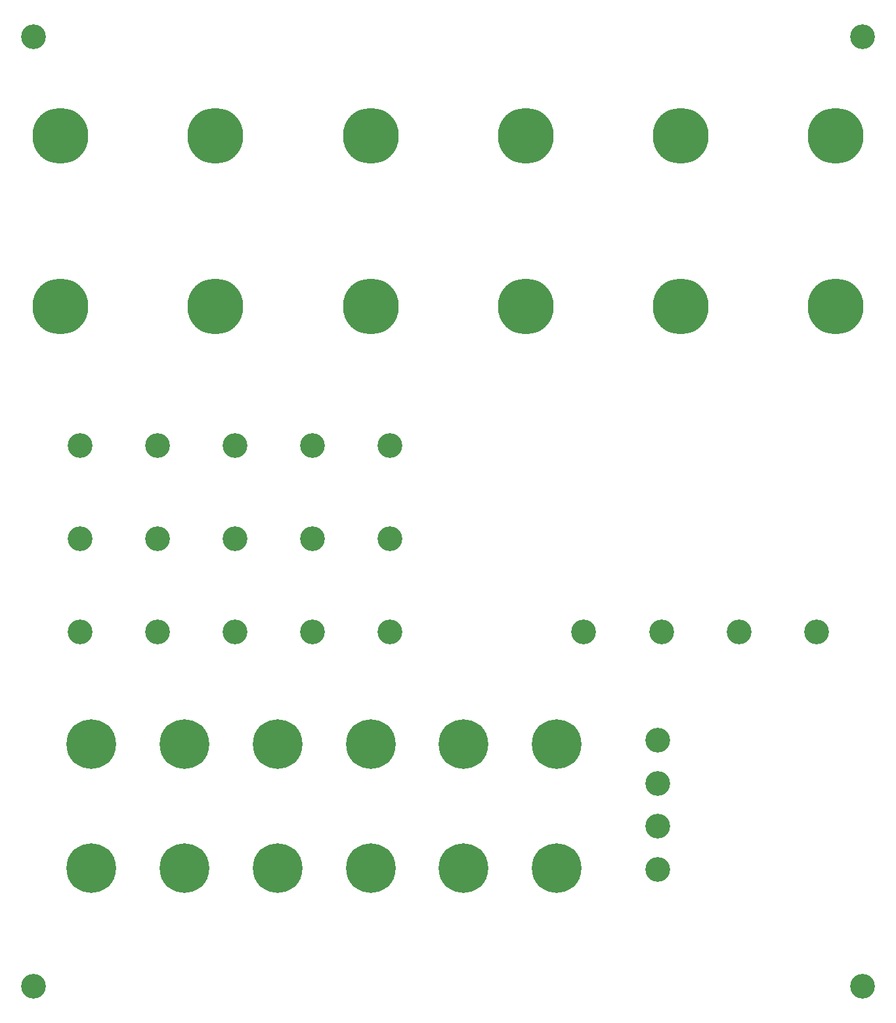
<source format=gbr>
%TF.GenerationSoftware,KiCad,Pcbnew,9.0.1*%
%TF.CreationDate,2025-08-04T14:02:27+01:00*%
%TF.ProjectId,dk2_06_panel,646b325f-3036-45f7-9061-6e656c2e6b69,rev?*%
%TF.SameCoordinates,Original*%
%TF.FileFunction,Soldermask,Bot*%
%TF.FilePolarity,Negative*%
%FSLAX46Y46*%
G04 Gerber Fmt 4.6, Leading zero omitted, Abs format (unit mm)*
G04 Created by KiCad (PCBNEW 9.0.1) date 2025-08-04 14:02:27*
%MOMM*%
%LPD*%
G01*
G04 APERTURE LIST*
%ADD10C,3.200000*%
%ADD11C,6.400000*%
%ADD12C,7.200000*%
G04 APERTURE END LIST*
D10*
%TO.C,H37*%
X157500000Y-109500000D03*
%TD*%
%TO.C,H35*%
X122500000Y-109500000D03*
%TD*%
%TO.C,H23*%
X102500000Y-85500000D03*
%TD*%
%TO.C,H39*%
X177500000Y-109500000D03*
%TD*%
%TO.C,H38*%
X167500000Y-109500000D03*
%TD*%
%TO.C,H33*%
X102500000Y-109500000D03*
%TD*%
%TO.C,H31*%
X82500000Y-109500000D03*
%TD*%
%TO.C,H24*%
X112500000Y-85500000D03*
%TD*%
%TO.C,H34*%
X112500000Y-109500000D03*
%TD*%
%TO.C,H28*%
X102500000Y-97500000D03*
%TD*%
%TO.C,H27*%
X92500000Y-97500000D03*
%TD*%
%TO.C,H25*%
X122500000Y-85500000D03*
%TD*%
%TO.C,H32*%
X92500000Y-109500000D03*
%TD*%
%TO.C,H26*%
X82500000Y-97500000D03*
%TD*%
%TO.C,H21*%
X82500000Y-85500000D03*
%TD*%
%TO.C,H30*%
X122500000Y-97500000D03*
%TD*%
%TO.C,H22*%
X92500000Y-85500000D03*
%TD*%
%TO.C,H36*%
X147500000Y-109500000D03*
%TD*%
%TO.C,H29*%
X112500000Y-97500000D03*
%TD*%
%TO.C,H4*%
X183450000Y-155250000D03*
%TD*%
D11*
%TO.C,H14*%
X144000000Y-124000000D03*
%TD*%
D12*
%TO.C,H45*%
X180000000Y-45500000D03*
%TD*%
%TO.C,H41*%
X100000000Y-45500000D03*
%TD*%
D11*
%TO.C,H12*%
X120000000Y-124000000D03*
%TD*%
%TO.C,H20*%
X144000000Y-140000000D03*
%TD*%
%TO.C,H16*%
X96000000Y-140000000D03*
%TD*%
%TO.C,H18*%
X120000000Y-140000000D03*
%TD*%
D12*
%TO.C,H42*%
X120000000Y-45500000D03*
%TD*%
D10*
%TO.C,H54*%
X157000000Y-134600000D03*
%TD*%
%TO.C,H52*%
X157000000Y-123500000D03*
%TD*%
D11*
%TO.C,H9*%
X84000000Y-124000000D03*
%TD*%
%TO.C,H17*%
X108000000Y-140000000D03*
%TD*%
D12*
%TO.C,H46*%
X80000000Y-67500000D03*
%TD*%
%TO.C,H47*%
X100000000Y-67500000D03*
%TD*%
D10*
%TO.C,H3*%
X76550000Y-155250000D03*
%TD*%
D11*
%TO.C,H11*%
X108000000Y-124000000D03*
%TD*%
%TO.C,H19*%
X132000000Y-140000000D03*
%TD*%
%TO.C,H15*%
X84000000Y-140000000D03*
%TD*%
D12*
%TO.C,H48*%
X120000000Y-67500000D03*
%TD*%
%TO.C,H40*%
X80000000Y-45500000D03*
%TD*%
D10*
%TO.C,H2*%
X183450000Y-32750000D03*
%TD*%
D12*
%TO.C,H51*%
X180000000Y-67500000D03*
%TD*%
%TO.C,H43*%
X140000000Y-45500000D03*
%TD*%
%TO.C,H50*%
X160000000Y-67500000D03*
%TD*%
D10*
%TO.C,H53*%
X157000000Y-129050000D03*
%TD*%
D11*
%TO.C,H10*%
X96000000Y-124000000D03*
%TD*%
%TO.C,H13*%
X132000000Y-124000000D03*
%TD*%
D10*
%TO.C,H1*%
X76550000Y-32750000D03*
%TD*%
%TO.C,H55*%
X157000000Y-140150000D03*
%TD*%
D12*
%TO.C,H49*%
X140000000Y-67500000D03*
%TD*%
%TO.C,H44*%
X160000000Y-45500000D03*
%TD*%
M02*

</source>
